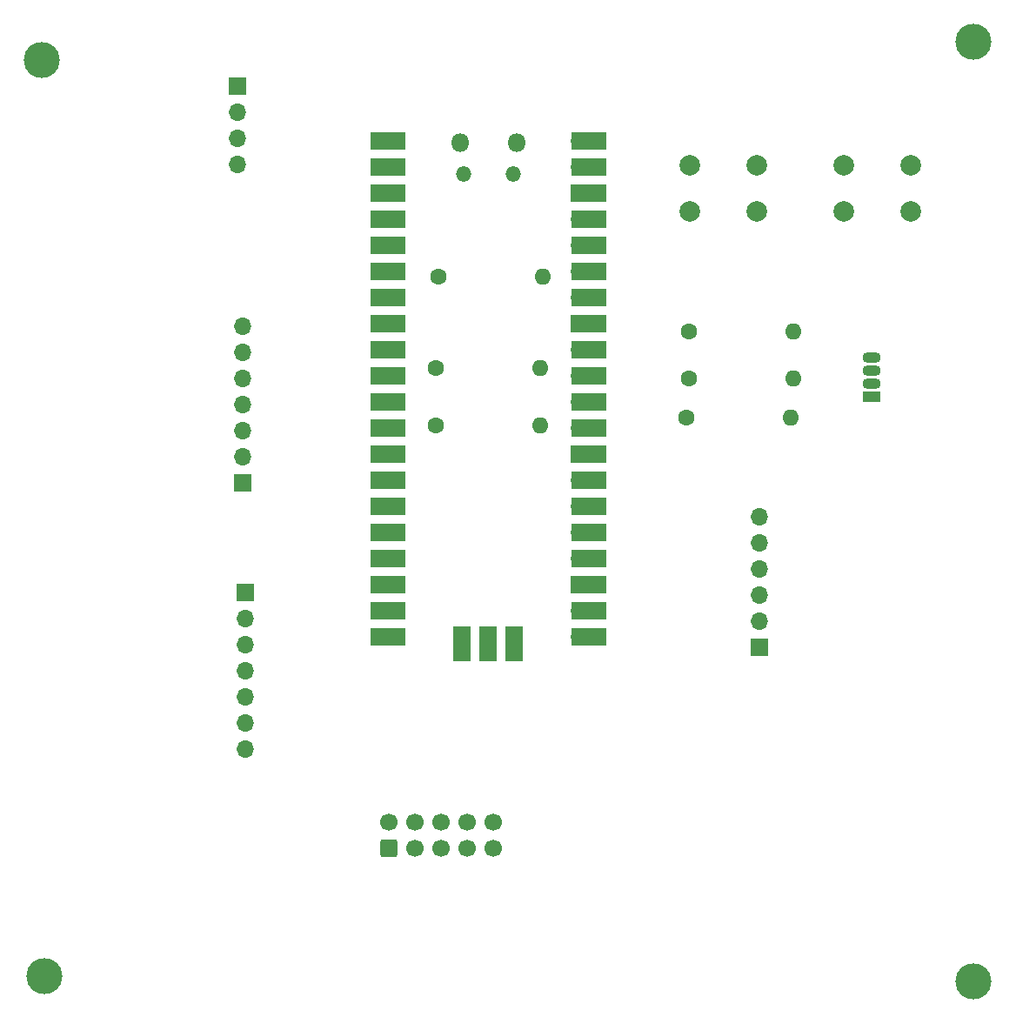
<source format=gbr>
%TF.GenerationSoftware,KiCad,Pcbnew,(6.0.1)*%
%TF.CreationDate,2022-11-25T13:11:30-03:00*%
%TF.ProjectId,Circuito esquem_tico,43697263-7569-4746-9f20-65737175656d,rev?*%
%TF.SameCoordinates,Original*%
%TF.FileFunction,Soldermask,Top*%
%TF.FilePolarity,Negative*%
%FSLAX46Y46*%
G04 Gerber Fmt 4.6, Leading zero omitted, Abs format (unit mm)*
G04 Created by KiCad (PCBNEW (6.0.1)) date 2022-11-25 13:11:30*
%MOMM*%
%LPD*%
G01*
G04 APERTURE LIST*
G04 Aperture macros list*
%AMRoundRect*
0 Rectangle with rounded corners*
0 $1 Rounding radius*
0 $2 $3 $4 $5 $6 $7 $8 $9 X,Y pos of 4 corners*
0 Add a 4 corners polygon primitive as box body*
4,1,4,$2,$3,$4,$5,$6,$7,$8,$9,$2,$3,0*
0 Add four circle primitives for the rounded corners*
1,1,$1+$1,$2,$3*
1,1,$1+$1,$4,$5*
1,1,$1+$1,$6,$7*
1,1,$1+$1,$8,$9*
0 Add four rect primitives between the rounded corners*
20,1,$1+$1,$2,$3,$4,$5,0*
20,1,$1+$1,$4,$5,$6,$7,0*
20,1,$1+$1,$6,$7,$8,$9,0*
20,1,$1+$1,$8,$9,$2,$3,0*%
G04 Aperture macros list end*
%ADD10C,1.600000*%
%ADD11O,1.600000X1.600000*%
%ADD12R,1.700000X1.700000*%
%ADD13O,1.700000X1.700000*%
%ADD14C,3.500000*%
%ADD15RoundRect,0.250000X0.600000X-0.600000X0.600000X0.600000X-0.600000X0.600000X-0.600000X-0.600000X0*%
%ADD16C,1.700000*%
%ADD17C,2.000000*%
%ADD18R,1.800000X1.070000*%
%ADD19O,1.800000X1.070000*%
%ADD20O,1.800000X1.800000*%
%ADD21O,1.500000X1.500000*%
%ADD22R,3.500000X1.700000*%
%ADD23R,1.700000X3.500000*%
G04 APERTURE END LIST*
D10*
%TO.C,R6*%
X158496000Y-73406000D03*
D11*
X168656000Y-73406000D03*
%TD*%
D12*
%TO.C,J3*%
X114808000Y-41148000D03*
D13*
X114808000Y-43688000D03*
X114808000Y-46228000D03*
X114808000Y-48768000D03*
%TD*%
D10*
%TO.C,R5*%
X158750000Y-69596000D03*
D11*
X168910000Y-69596000D03*
%TD*%
D12*
%TO.C,J4*%
X165526000Y-95733000D03*
D13*
X165526000Y-93193000D03*
X165526000Y-90653000D03*
X165526000Y-88113000D03*
X165526000Y-85573000D03*
X165526000Y-83033000D03*
%TD*%
D14*
%TO.C,REF\u002A\u002A*%
X96012000Y-127762000D03*
%TD*%
D15*
%TO.C,J6*%
X129540000Y-115316000D03*
D16*
X129540000Y-112776000D03*
X132080000Y-115316000D03*
X132080000Y-112776000D03*
X134620000Y-115316000D03*
X134620000Y-112776000D03*
X137160000Y-115316000D03*
X137160000Y-112776000D03*
X139700000Y-115316000D03*
X139700000Y-112776000D03*
%TD*%
D10*
%TO.C,R4*%
X158750000Y-65024000D03*
D11*
X168910000Y-65024000D03*
%TD*%
D12*
%TO.C,J1*%
X115570000Y-90424000D03*
D13*
X115570000Y-92964000D03*
X115570000Y-95504000D03*
X115570000Y-98044000D03*
X115570000Y-100584000D03*
X115570000Y-103124000D03*
X115570000Y-105664000D03*
%TD*%
D14*
%TO.C,REF\u002A\u002A*%
X95758000Y-38608000D03*
%TD*%
D17*
%TO.C,SW2*%
X165302000Y-48804000D03*
X158802000Y-48804000D03*
X158802000Y-53304000D03*
X165302000Y-53304000D03*
%TD*%
D18*
%TO.C,D1*%
X176530000Y-71374000D03*
D19*
X176530000Y-70104000D03*
X176530000Y-68834000D03*
X176530000Y-67564000D03*
%TD*%
D10*
%TO.C,R1*%
X134366000Y-59690000D03*
D11*
X144526000Y-59690000D03*
%TD*%
D10*
%TO.C,R2*%
X134112000Y-74168000D03*
D11*
X144272000Y-74168000D03*
%TD*%
D20*
%TO.C,U1*%
X141917000Y-46612000D03*
X136467000Y-46612000D03*
D21*
X136767000Y-49642000D03*
X141617000Y-49642000D03*
D13*
X130302000Y-46482000D03*
D22*
X129402000Y-46482000D03*
X129402000Y-49022000D03*
D13*
X130302000Y-49022000D03*
D12*
X130302000Y-51562000D03*
D22*
X129402000Y-51562000D03*
X129402000Y-54102000D03*
D13*
X130302000Y-54102000D03*
D22*
X129402000Y-56642000D03*
D13*
X130302000Y-56642000D03*
X130302000Y-59182000D03*
D22*
X129402000Y-59182000D03*
D13*
X130302000Y-61722000D03*
D22*
X129402000Y-61722000D03*
X129402000Y-64262000D03*
D12*
X130302000Y-64262000D03*
D22*
X129402000Y-66802000D03*
D13*
X130302000Y-66802000D03*
X130302000Y-69342000D03*
D22*
X129402000Y-69342000D03*
X129402000Y-71882000D03*
D13*
X130302000Y-71882000D03*
X130302000Y-74422000D03*
D22*
X129402000Y-74422000D03*
D12*
X130302000Y-76962000D03*
D22*
X129402000Y-76962000D03*
X129402000Y-79502000D03*
D13*
X130302000Y-79502000D03*
X130302000Y-82042000D03*
D22*
X129402000Y-82042000D03*
D13*
X130302000Y-84582000D03*
D22*
X129402000Y-84582000D03*
X129402000Y-87122000D03*
D13*
X130302000Y-87122000D03*
D22*
X129402000Y-89662000D03*
D12*
X130302000Y-89662000D03*
D13*
X130302000Y-92202000D03*
D22*
X129402000Y-92202000D03*
X129402000Y-94742000D03*
D13*
X130302000Y-94742000D03*
X148082000Y-94742000D03*
D22*
X148982000Y-94742000D03*
D13*
X148082000Y-92202000D03*
D22*
X148982000Y-92202000D03*
D12*
X148082000Y-89662000D03*
D22*
X148982000Y-89662000D03*
D13*
X148082000Y-87122000D03*
D22*
X148982000Y-87122000D03*
D13*
X148082000Y-84582000D03*
D22*
X148982000Y-84582000D03*
D13*
X148082000Y-82042000D03*
D22*
X148982000Y-82042000D03*
X148982000Y-79502000D03*
D13*
X148082000Y-79502000D03*
D12*
X148082000Y-76962000D03*
D22*
X148982000Y-76962000D03*
D13*
X148082000Y-74422000D03*
D22*
X148982000Y-74422000D03*
D13*
X148082000Y-71882000D03*
D22*
X148982000Y-71882000D03*
X148982000Y-69342000D03*
D13*
X148082000Y-69342000D03*
D22*
X148982000Y-66802000D03*
D13*
X148082000Y-66802000D03*
D22*
X148982000Y-64262000D03*
D12*
X148082000Y-64262000D03*
D13*
X148082000Y-61722000D03*
D22*
X148982000Y-61722000D03*
X148982000Y-59182000D03*
D13*
X148082000Y-59182000D03*
X148082000Y-56642000D03*
D22*
X148982000Y-56642000D03*
D13*
X148082000Y-54102000D03*
D22*
X148982000Y-54102000D03*
D12*
X148082000Y-51562000D03*
D22*
X148982000Y-51562000D03*
X148982000Y-49022000D03*
D13*
X148082000Y-49022000D03*
D22*
X148982000Y-46482000D03*
D13*
X148082000Y-46482000D03*
D23*
X136652000Y-95412000D03*
D13*
X136652000Y-94512000D03*
D12*
X139192000Y-94512000D03*
D23*
X139192000Y-95412000D03*
X141732000Y-95412000D03*
D13*
X141732000Y-94512000D03*
%TD*%
D12*
%TO.C,J5*%
X115316000Y-79756000D03*
D13*
X115316000Y-77216000D03*
X115316000Y-74676000D03*
X115316000Y-72136000D03*
X115316000Y-69596000D03*
X115316000Y-67056000D03*
X115316000Y-64516000D03*
%TD*%
D10*
%TO.C,R3*%
X134112000Y-68580000D03*
D11*
X144272000Y-68580000D03*
%TD*%
D17*
%TO.C,SW1*%
X173788000Y-48804000D03*
X180288000Y-48804000D03*
X173788000Y-53304000D03*
X180288000Y-53304000D03*
%TD*%
D14*
%TO.C,REF\u002A\u002A*%
X186436000Y-36830000D03*
%TD*%
%TO.C,REF\u002A\u002A*%
X186436000Y-128270000D03*
%TD*%
M02*

</source>
